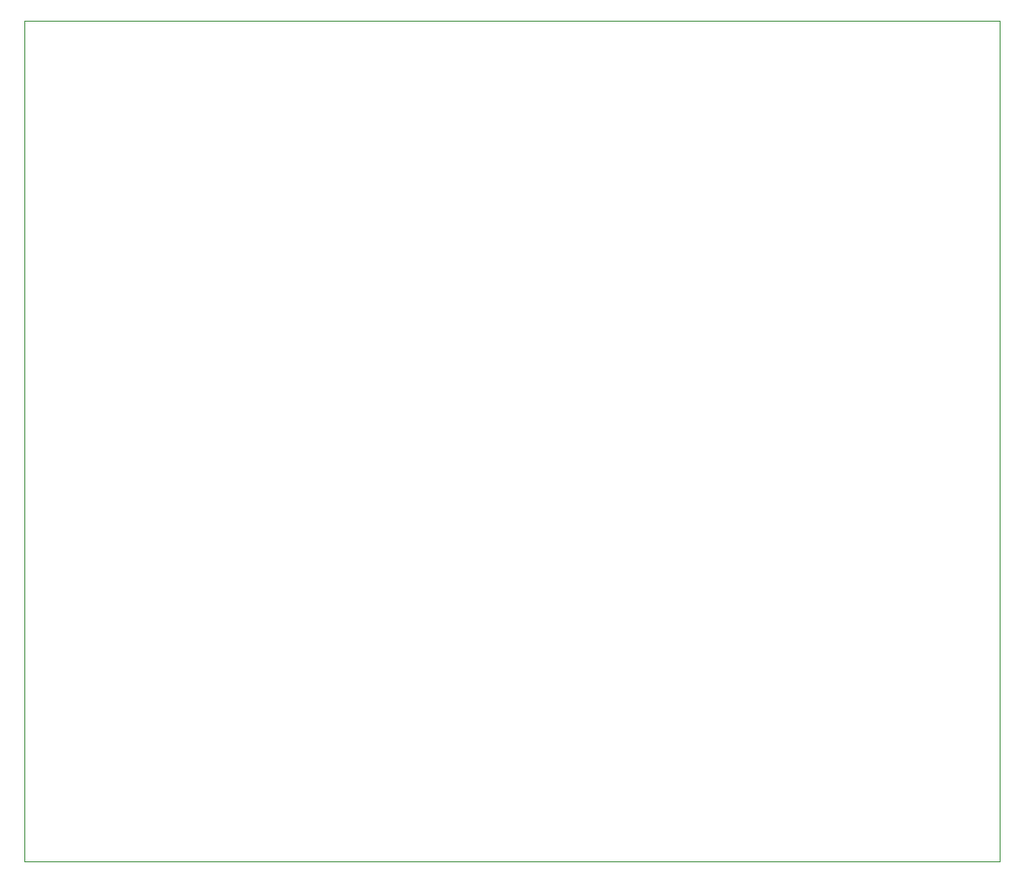
<source format=gbr>
%TF.GenerationSoftware,KiCad,Pcbnew,9.0.6*%
%TF.CreationDate,2026-02-10T23:26:08+00:00*%
%TF.ProjectId,avionics_dev_board,6176696f-6e69-4637-935f-6465765f626f,rev?*%
%TF.SameCoordinates,Original*%
%TF.FileFunction,Profile,NP*%
%FSLAX46Y46*%
G04 Gerber Fmt 4.6, Leading zero omitted, Abs format (unit mm)*
G04 Created by KiCad (PCBNEW 9.0.6) date 2026-02-10 23:26:08*
%MOMM*%
%LPD*%
G01*
G04 APERTURE LIST*
%TA.AperFunction,Profile*%
%ADD10C,0.050000*%
%TD*%
G04 APERTURE END LIST*
D10*
X121100000Y-26400000D02*
X212600000Y-26400000D01*
X212600000Y-105300000D01*
X121100000Y-105300000D01*
X121100000Y-26400000D01*
M02*

</source>
